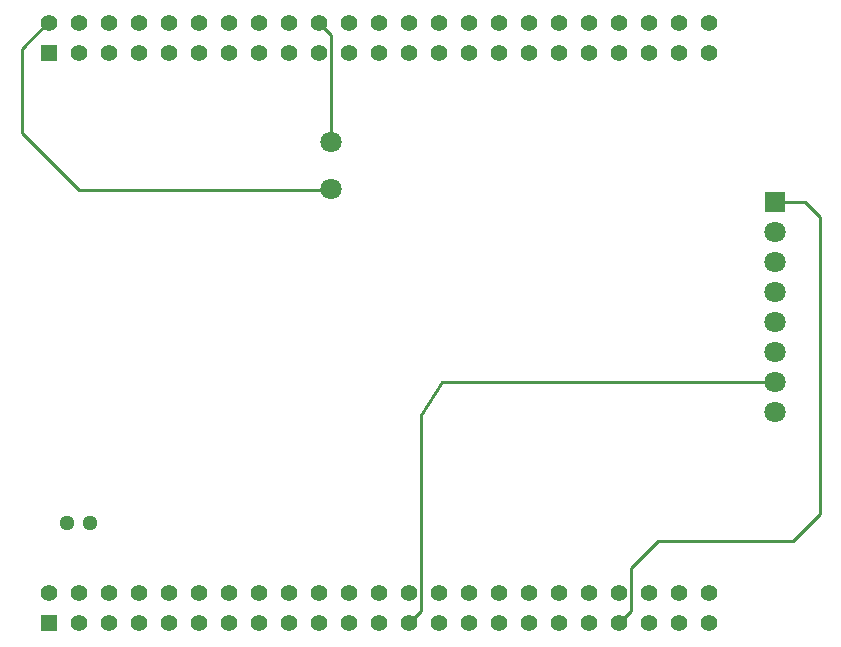
<source format=gbl>
G04 Layer: BottomLayer*
G04 EasyEDA v6.5.22, 2023-01-10 12:32:39*
G04 1e824566333e41a2b08e8a3146a8d8cc,2e4b97ed0a384ad5b60706015a639cab,10*
G04 Gerber Generator version 0.2*
G04 Scale: 100 percent, Rotated: No, Reflected: No *
G04 Dimensions in inches *
G04 leading zeros omitted , absolute positions ,3 integer and 6 decimal *
%FSLAX36Y36*%
%MOIN*%

%ADD10C,0.0100*%
%ADD11C,0.0709*%
%ADD12R,0.0551X0.0551*%
%ADD13C,0.0551*%
%ADD14R,0.0709X0.0709*%
%ADD15C,0.0512*%

%LPD*%
D10*
X3260000Y-1330000D02*
G01*
X2150000Y-1330000D01*
X2080000Y-1440000D01*
X2080000Y-1910000D01*
X2080000Y-1960000D01*
X2080000Y-2095000D01*
X2040000Y-2135000D01*
X1780000Y-531260D02*
G01*
X1780000Y-175000D01*
X1740000Y-135000D01*
X840000Y-135000D02*
G01*
X835000Y-135000D01*
X750000Y-220000D01*
X750000Y-500000D01*
X940000Y-690000D01*
X1778739Y-690000D01*
X1780000Y-688739D01*
X3260000Y-730000D02*
G01*
X3360000Y-730000D01*
X3410000Y-780000D01*
X3410000Y-1770000D01*
X3320000Y-1860000D01*
X2870000Y-1860000D01*
X2780000Y-1950000D01*
X2780000Y-2095000D01*
X2740000Y-2135000D01*
D11*
G01*
X1780000Y-688739D03*
G01*
X1780000Y-531260D03*
D12*
G01*
X840000Y-235000D03*
D13*
G01*
X840000Y-135000D03*
G01*
X940000Y-235000D03*
G01*
X940000Y-135000D03*
G01*
X1040000Y-235000D03*
G01*
X1040000Y-135000D03*
G01*
X1140000Y-235000D03*
G01*
X1140000Y-135000D03*
G01*
X1240000Y-235000D03*
G01*
X1240000Y-135000D03*
G01*
X1340000Y-235000D03*
G01*
X1340000Y-135000D03*
G01*
X1440000Y-235000D03*
G01*
X1440000Y-135000D03*
G01*
X1540000Y-235000D03*
G01*
X1540000Y-135000D03*
G01*
X1640000Y-235000D03*
G01*
X1640000Y-135000D03*
G01*
X1740000Y-235000D03*
G01*
X1740000Y-135000D03*
G01*
X1840000Y-235000D03*
G01*
X1840000Y-135000D03*
G01*
X1940000Y-235000D03*
G01*
X1940000Y-135000D03*
G01*
X2040000Y-235000D03*
G01*
X2040000Y-135000D03*
G01*
X2140000Y-235000D03*
G01*
X2140000Y-135000D03*
G01*
X2240000Y-235000D03*
G01*
X2240000Y-135000D03*
G01*
X2340000Y-235000D03*
G01*
X2340000Y-135000D03*
G01*
X2440000Y-235000D03*
G01*
X2440000Y-135000D03*
G01*
X2540000Y-235000D03*
G01*
X2540000Y-135000D03*
G01*
X2640000Y-235000D03*
G01*
X2640000Y-135000D03*
G01*
X2740000Y-235000D03*
G01*
X2740000Y-135000D03*
G01*
X2840000Y-235000D03*
G01*
X2840000Y-135000D03*
G01*
X2940000Y-235000D03*
G01*
X2940000Y-135000D03*
G01*
X3040000Y-235000D03*
G01*
X3040000Y-135000D03*
D12*
G01*
X840000Y-2135000D03*
D13*
G01*
X840000Y-2035000D03*
G01*
X940000Y-2135000D03*
G01*
X940000Y-2035000D03*
G01*
X1040000Y-2135000D03*
G01*
X1040000Y-2035000D03*
G01*
X1140000Y-2135000D03*
G01*
X1140000Y-2035000D03*
G01*
X1240000Y-2135000D03*
G01*
X1240000Y-2035000D03*
G01*
X1340000Y-2135000D03*
G01*
X1340000Y-2035000D03*
G01*
X1440000Y-2135000D03*
G01*
X1440000Y-2035000D03*
G01*
X1540000Y-2135000D03*
G01*
X1540000Y-2035000D03*
G01*
X1640000Y-2135000D03*
G01*
X1640000Y-2035000D03*
G01*
X1740000Y-2135000D03*
G01*
X1740000Y-2035000D03*
G01*
X1840000Y-2135000D03*
G01*
X1840000Y-2035000D03*
G01*
X1940000Y-2135000D03*
G01*
X1940000Y-2035000D03*
G01*
X2040000Y-2135000D03*
G01*
X2040000Y-2035000D03*
G01*
X2140000Y-2135000D03*
G01*
X2140000Y-2035000D03*
G01*
X2240000Y-2135000D03*
G01*
X2240000Y-2035000D03*
G01*
X2340000Y-2135000D03*
G01*
X2340000Y-2035000D03*
G01*
X2440000Y-2135000D03*
G01*
X2440000Y-2035000D03*
G01*
X2540000Y-2135000D03*
G01*
X2540000Y-2035000D03*
G01*
X2640000Y-2135000D03*
G01*
X2640000Y-2035000D03*
G01*
X2740000Y-2135000D03*
G01*
X2740000Y-2035000D03*
G01*
X2840000Y-2135000D03*
G01*
X2840000Y-2035000D03*
G01*
X2940000Y-2135000D03*
G01*
X2940000Y-2035000D03*
G01*
X3040000Y-2135000D03*
G01*
X3040000Y-2035000D03*
D14*
G01*
X3260000Y-730000D03*
D11*
G01*
X3260000Y-830000D03*
G01*
X3260000Y-930000D03*
G01*
X3260000Y-1030000D03*
G01*
X3260000Y-1130000D03*
G01*
X3260000Y-1230000D03*
G01*
X3260000Y-1330000D03*
G01*
X3260000Y-1430000D03*
D15*
G01*
X979369Y-1800000D03*
G01*
X900630Y-1800000D03*
M02*

</source>
